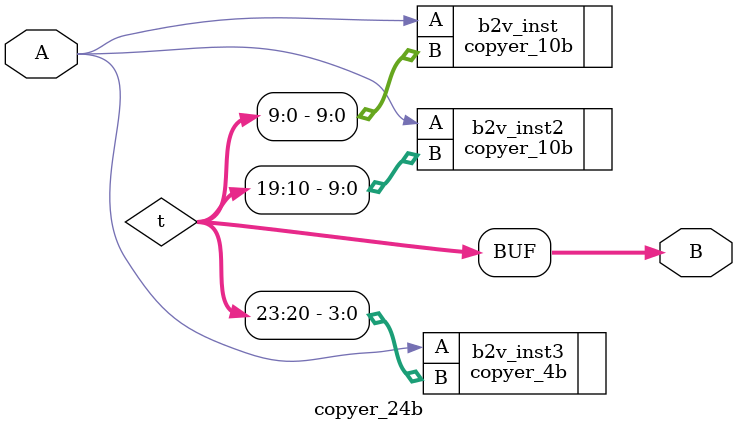
<source format=v>


module copyer_24b(
	A,
	B
);


input wire	[0:0] A;
output wire	[23:0] B;

wire	[23:0] t;





copyer_10b	b2v_inst(
	.A(A),
	.B(t[9:0]));


copyer_10b	b2v_inst2(
	.A(A),
	.B(t[19:10]));


copyer_4b	b2v_inst3(
	.A(A),
	.B(t[23:20]));

assign	B = t;

endmodule

</source>
